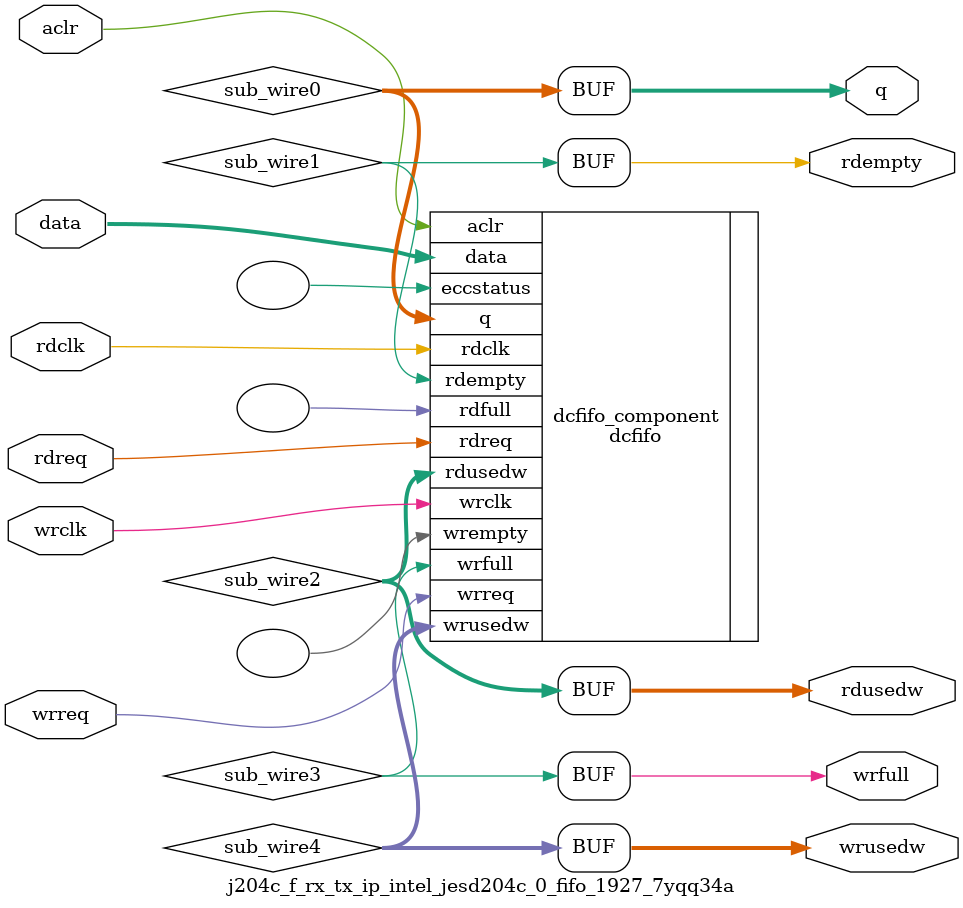
<source format=v>



`timescale 1 ps / 1 ps
// synopsys translate_on
module  j204c_f_rx_tx_ip_intel_jesd204c_0_fifo_1927_7yqq34a  (
    aclr,
    data,
    rdclk,
    rdreq,
    wrclk,
    wrreq,
    q,
    rdempty,
    rdusedw,
    wrfull,
    wrusedw);

    input    aclr;
    input  [63:0]  data;
    input    rdclk;
    input    rdreq;
    input    wrclk;
    input    wrreq;
    output [63:0]  q;
    output   rdempty;
    output [2:0]  rdusedw;
    output   wrfull;
    output [2:0]  wrusedw;
`ifndef ALTERA_RESERVED_QIS
// synopsys translate_off
`endif
    tri0     aclr;
`ifndef ALTERA_RESERVED_QIS
// synopsys translate_on
`endif

    wire [63:0] sub_wire0;
    wire  sub_wire1;
    wire [2:0] sub_wire2;
    wire  sub_wire3;
    wire [2:0] sub_wire4;
    wire [63:0] q = sub_wire0[63:0];
    wire  rdempty = sub_wire1;
    wire [2:0] rdusedw = sub_wire2[2:0];
    wire  wrfull = sub_wire3;
    wire [2:0] wrusedw = sub_wire4[2:0];

    dcfifo  dcfifo_component (
                .aclr (aclr),
                .data (data),
                .rdclk (rdclk),
                .rdreq (rdreq),
                .wrclk (wrclk),
                .wrreq (wrreq),
                .q (sub_wire0),
                .rdempty (sub_wire1),
                .rdusedw (sub_wire2),
                .wrfull (sub_wire3),
                .wrusedw (sub_wire4),
                .eccstatus (),
                .rdfull (),
                .wrempty ());
    defparam
        dcfifo_component.enable_ecc  = "FALSE",
        dcfifo_component.intended_device_family  = "Agilex 7",
        dcfifo_component.lpm_hint  = "RAM_BLOCK_TYPE=M20K,MAXIMUM_DEPTH=128,DISABLE_DCFIFO_EMBEDDED_TIMING_CONSTRAINT=TRUE",
        dcfifo_component.lpm_numwords  = 8,
        dcfifo_component.lpm_showahead  = "OFF",
        dcfifo_component.lpm_type  = "dcfifo",
        dcfifo_component.lpm_width  = 64,
        dcfifo_component.lpm_widthu  = 3,
        dcfifo_component.overflow_checking  = "ON",
        dcfifo_component.rdsync_delaypipe  = 4,
        dcfifo_component.read_aclr_synch  = "ON",
        dcfifo_component.underflow_checking  = "ON",
        dcfifo_component.use_eab  = "ON",
        dcfifo_component.write_aclr_synch  = "ON",
        dcfifo_component.wrsync_delaypipe  = 4;


endmodule



</source>
